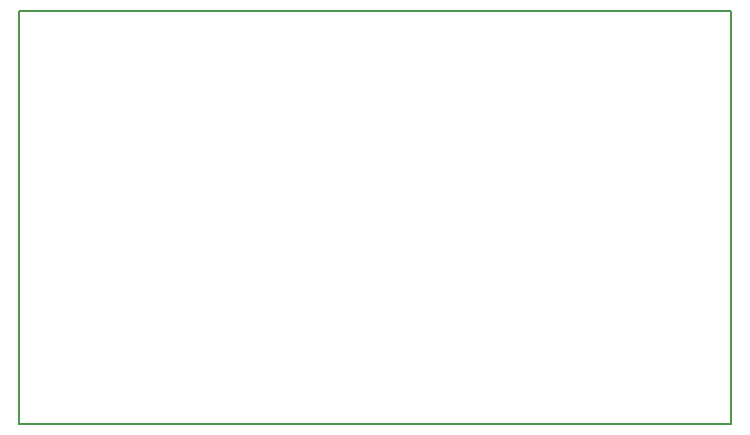
<source format=gbr>
%TF.GenerationSoftware,KiCad,Pcbnew,(5.1.6)-1*%
%TF.CreationDate,2020-11-02T08:51:04-08:00*%
%TF.ProjectId,Input_Signal_Conditioner,496e7075-745f-4536-9967-6e616c5f436f,A*%
%TF.SameCoordinates,Original*%
%TF.FileFunction,OtherDrawing,Comment*%
%FSLAX46Y46*%
G04 Gerber Fmt 4.6, Leading zero omitted, Abs format (unit mm)*
G04 Created by KiCad (PCBNEW (5.1.6)-1) date 2020-11-02 08:51:04*
%MOMM*%
%LPD*%
G01*
G04 APERTURE LIST*
%ADD10C,0.150000*%
G04 APERTURE END LIST*
D10*
X110490000Y-60960000D02*
X170815000Y-60960000D01*
X110490000Y-95885000D02*
X110490000Y-60960000D01*
X170815000Y-95885000D02*
X110490000Y-95885000D01*
X170815000Y-60960000D02*
X170815000Y-95885000D01*
M02*

</source>
